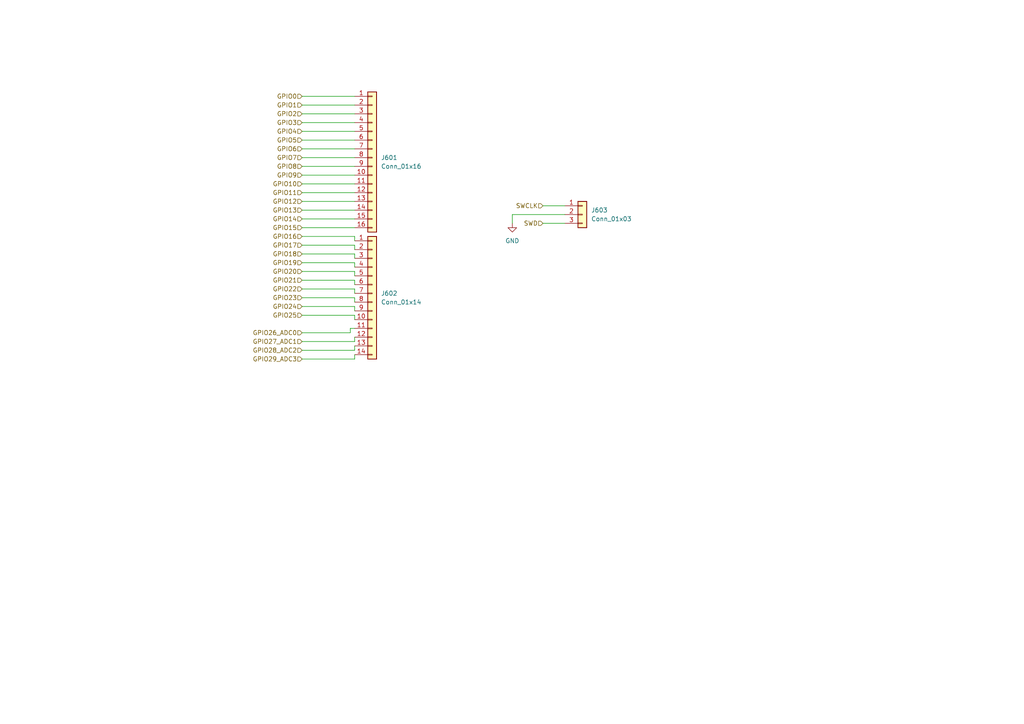
<source format=kicad_sch>
(kicad_sch (version 20231120) (generator "eeschema") (generator_version "8.0")
  (paper "A4")
  (lib_symbols
    (symbol "Connector_Generic:Conn_01x03" (pin_names (offset 1.016) hide)
      (property "Reference" "J" (at 0 5.08 0))
      (property "Value" "Conn_01x03" (at 0 -5.08 0))
      (symbol "Conn_01x03_1_1"
        (rectangle (start -1.27 -2.413) (end 0 -2.667) (stroke (width 0.1524)))
        (rectangle (start -1.27 0.127) (end 0 -0.127) (stroke (width 0.1524)))
        (rectangle (start -1.27 2.667) (end 0 2.413) (stroke (width 0.1524)))
        (rectangle (start -1.27 3.81) (end 1.27 -3.81) (stroke (width 0.254)) (fill (type background)))
        (pin passive line (at -5.08 2.54 0) (length 3.81) (name "Pin_1") (number "1"))
        (pin passive line (at -5.08 0 0) (length 3.81) (name "Pin_2") (number "2"))
        (pin passive line (at -5.08 -2.54 0) (length 3.81) (name "Pin_3") (number "3"))
      )
    )
    (symbol "Connector_Generic:Conn_01x14" (pin_names (offset 1.016) hide)
      (property "Reference" "J" (at 0 17.78 0))
      (property "Value" "Conn_01x14" (at 0 -20.32 0))
      (symbol "Conn_01x14_1_1"
        (rectangle (start -1.27 -17.653) (end 0 -17.907) (stroke (width 0.1524)))
        (rectangle (start -1.27 -15.113) (end 0 -15.367) (stroke (width 0.1524)))
        (rectangle (start -1.27 -12.573) (end 0 -12.827) (stroke (width 0.1524)))
        (rectangle (start -1.27 -10.033) (end 0 -10.287) (stroke (width 0.1524)))
        (rectangle (start -1.27 -7.493) (end 0 -7.747) (stroke (width 0.1524)))
        (rectangle (start -1.27 -4.953) (end 0 -5.207) (stroke (width 0.1524)))
        (rectangle (start -1.27 -2.413) (end 0 -2.667) (stroke (width 0.1524)))
        (rectangle (start -1.27 0.127) (end 0 -0.127) (stroke (width 0.1524)))
        (rectangle (start -1.27 2.667) (end 0 2.413) (stroke (width 0.1524)))
        (rectangle (start -1.27 5.207) (end 0 4.953) (stroke (width 0.1524)))
        (rectangle (start -1.27 7.747) (end 0 7.493) (stroke (width 0.1524)))
        (rectangle (start -1.27 10.287) (end 0 10.033) (stroke (width 0.1524)))
        (rectangle (start -1.27 12.827) (end 0 12.573) (stroke (width 0.1524)))
        (rectangle (start -1.27 15.367) (end 0 15.113) (stroke (width 0.1524)))
        (rectangle (start -1.27 16.51) (end 1.27 -19.05) (stroke (width 0.254)) (fill (type background)))
        (pin passive line (at -5.08 15.24 0) (length 3.81) (name "Pin_1") (number "1"))
        (pin passive line (at -5.08 -7.62 0) (length 3.81) (name "Pin_10") (number "10"))
        (pin passive line (at -5.08 -10.16 0) (length 3.81) (name "Pin_11") (number "11"))
        (pin passive line (at -5.08 -12.7 0) (length 3.81) (name "Pin_12") (number "12"))
        (pin passive line (at -5.08 -15.24 0) (length 3.81) (name "Pin_13") (number "13"))
        (pin passive line (at -5.08 -17.78 0) (length 3.81) (name "Pin_14") (number "14"))
        (pin passive line (at -5.08 12.7 0) (length 3.81) (name "Pin_2") (number "2"))
        (pin passive line (at -5.08 10.16 0) (length 3.81) (name "Pin_3") (number "3"))
        (pin passive line (at -5.08 7.62 0) (length 3.81) (name "Pin_4") (number "4"))
        (pin passive line (at -5.08 5.08 0) (length 3.81) (name "Pin_5") (number "5"))
        (pin passive line (at -5.08 2.54 0) (length 3.81) (name "Pin_6") (number "6"))
        (pin passive line (at -5.08 0 0) (length 3.81) (name "Pin_7") (number "7"))
        (pin passive line (at -5.08 -2.54 0) (length 3.81) (name "Pin_8") (number "8"))
        (pin passive line (at -5.08 -5.08 0) (length 3.81) (name "Pin_9") (number "9"))
      )
    )
    (symbol "Connector_Generic:Conn_01x16" (pin_names (offset 1.016) hide)
      (property "Reference" "J" (at 0 20.32 0))
      (property "Value" "Conn_01x16" (at 0 -22.86 0))
      (symbol "Conn_01x16_1_1"
        (rectangle (start -1.27 -20.193) (end 0 -20.447) (stroke (width 0.1524)))
        (rectangle (start -1.27 -17.653) (end 0 -17.907) (stroke (width 0.1524)))
        (rectangle (start -1.27 -15.113) (end 0 -15.367) (stroke (width 0.1524)))
        (rectangle (start -1.27 -12.573) (end 0 -12.827) (stroke (width 0.1524)))
        (rectangle (start -1.27 -10.033) (end 0 -10.287) (stroke (width 0.1524)))
        (rectangle (start -1.27 -7.493) (end 0 -7.747) (stroke (width 0.1524)))
        (rectangle (start -1.27 -4.953) (end 0 -5.207) (stroke (width 0.1524)))
        (rectangle (start -1.27 -2.413) (end 0 -2.667) (stroke (width 0.1524)))
        (rectangle (start -1.27 0.127) (end 0 -0.127) (stroke (width 0.1524)))
        (rectangle (start -1.27 2.667) (end 0 2.413) (stroke (width 0.1524)))
        (rectangle (start -1.27 5.207) (end 0 4.953) (stroke (width 0.1524)))
        (rectangle (start -1.27 7.747) (end 0 7.493) (stroke (width 0.1524)))
        (rectangle (start -1.27 10.287) (end 0 10.033) (stroke (width 0.1524)))
        (rectangle (start -1.27 12.827) (end 0 12.573) (stroke (width 0.1524)))
        (rectangle (start -1.27 15.367) (end 0 15.113) (stroke (width 0.1524)))
        (rectangle (start -1.27 17.907) (end 0 17.653) (stroke (width 0.1524)))
        (rectangle (start -1.27 19.05) (end 1.27 -21.59) (stroke (width 0.254)) (fill (type background)))
        (pin passive line (at -5.08 17.78 0) (length 3.81) (name "Pin_1") (number "1"))
        (pin passive line (at -5.08 -5.08 0) (length 3.81) (name "Pin_10") (number "10"))
        (pin passive line (at -5.08 -7.62 0) (length 3.81) (name "Pin_11") (number "11"))
        (pin passive line (at -5.08 -10.16 0) (length 3.81) (name "Pin_12") (number "12"))
        (pin passive line (at -5.08 -12.7 0) (length 3.81) (name "Pin_13") (number "13"))
        (pin passive line (at -5.08 -15.24 0) (length 3.81) (name "Pin_14") (number "14"))
        (pin passive line (at -5.08 -17.78 0) (length 3.81) (name "Pin_15") (number "15"))
        (pin passive line (at -5.08 -20.32 0) (length 3.81) (name "Pin_16") (number "16"))
        (pin passive line (at -5.08 15.24 0) (length 3.81) (name "Pin_2") (number "2"))
        (pin passive line (at -5.08 12.7 0) (length 3.81) (name "Pin_3") (number "3"))
        (pin passive line (at -5.08 10.16 0) (length 3.81) (name "Pin_4") (number "4"))
        (pin passive line (at -5.08 7.62 0) (length 3.81) (name "Pin_5") (number "5"))
        (pin passive line (at -5.08 5.08 0) (length 3.81) (name "Pin_6") (number "6"))
        (pin passive line (at -5.08 2.54 0) (length 3.81) (name "Pin_7") (number "7"))
        (pin passive line (at -5.08 0 0) (length 3.81) (name "Pin_8") (number "8"))
        (pin passive line (at -5.08 -2.54 0) (length 3.81) (name "Pin_9") (number "9"))
      )
    )
    (symbol "power:GND" (power) (pin_numbers hide) (pin_names (offset 0) hide)
      (property "Value" "GND" (at 0 -3.81 0))
      (symbol "GND_0_1"
        (polyline (pts (xy 0 0) (xy 0 -1.27) (xy 1.27 -1.27) (xy 0 -2.54) (xy -1.27 -1.27) (xy 0 -1.27)))
      )
      (symbol "GND_1_1"
        (pin power_in line (at 0 0 270) (length 0) (name "~") (number "1"))
      )
    )
  )
  (wire (pts (xy 87.63 81.28) (xy 102.87 81.28)))
  (wire (pts (xy 87.63 101.6) (xy 102.87 101.6)))
  (wire (pts (xy 87.63 104.14) (xy 102.87 104.14)))
  (wire (pts (xy 102.87 76.2) (xy 102.87 77.47)))
  (wire (pts (xy 87.63 48.26) (xy 102.87 48.26)))
  (wire (pts (xy 87.63 43.18) (xy 102.87 43.18)))
  (wire (pts (xy 102.87 86.36) (xy 102.87 87.63)))
  (wire (pts (xy 87.63 83.82) (xy 102.87 83.82)))
  (wire (pts (xy 87.63 71.12) (xy 102.87 71.12)))
  (wire (pts (xy 87.63 88.9) (xy 102.87 88.9)))
  (wire (pts (xy 87.63 45.72) (xy 102.87 45.72)))
  (wire (pts (xy 102.87 101.6) (xy 102.87 100.33)))
  (wire (pts (xy 87.63 91.44) (xy 102.87 91.44)))
  (wire (pts (xy 87.63 63.5) (xy 102.87 63.5)))
  (wire (pts (xy 101.6 95.25) (xy 102.87 95.25)))
  (wire (pts (xy 157.48 64.77) (xy 163.83 64.77)))
  (wire (pts (xy 102.87 73.66) (xy 102.87 74.93)))
  (wire (pts (xy 87.63 86.36) (xy 102.87 86.36)))
  (wire (pts (xy 87.63 55.88) (xy 102.87 55.88)))
  (wire (pts (xy 102.87 99.06) (xy 102.87 97.79)))
  (wire (pts (xy 87.63 35.56) (xy 102.87 35.56)))
  (wire (pts (xy 87.63 40.64) (xy 102.87 40.64)))
  (wire (pts (xy 87.63 66.04) (xy 102.87 66.04)))
  (wire (pts (xy 87.63 53.34) (xy 102.87 53.34)))
  (wire (pts (xy 87.63 58.42) (xy 102.87 58.42)))
  (wire (pts (xy 157.48 59.69) (xy 163.83 59.69)))
  (wire (pts (xy 102.87 71.12) (xy 102.87 72.39)))
  (wire (pts (xy 102.87 68.58) (xy 102.87 69.85)))
  (wire (pts (xy 148.59 64.77) (xy 148.59 62.23)))
  (wire (pts (xy 101.6 96.52) (xy 101.6 95.25)))
  (wire (pts (xy 87.63 68.58) (xy 102.87 68.58)))
  (wire (pts (xy 102.87 83.82) (xy 102.87 85.09)))
  (wire (pts (xy 87.63 96.52) (xy 101.6 96.52)))
  (wire (pts (xy 148.59 62.23) (xy 163.83 62.23)))
  (wire (pts (xy 87.63 73.66) (xy 102.87 73.66)))
  (wire (pts (xy 102.87 81.28) (xy 102.87 82.55)))
  (wire (pts (xy 102.87 104.14) (xy 102.87 102.87)))
  (wire (pts (xy 87.63 50.8) (xy 102.87 50.8)))
  (wire (pts (xy 87.63 27.94) (xy 102.87 27.94)))
  (wire (pts (xy 87.63 78.74) (xy 102.87 78.74)))
  (wire (pts (xy 87.63 99.06) (xy 102.87 99.06)))
  (wire (pts (xy 87.63 33.02) (xy 102.87 33.02)))
  (wire (pts (xy 87.63 60.96) (xy 102.87 60.96)))
  (wire (pts (xy 102.87 78.74) (xy 102.87 80.01)))
  (wire (pts (xy 102.87 88.9) (xy 102.87 90.17)))
  (wire (pts (xy 87.63 30.48) (xy 102.87 30.48)))
  (wire (pts (xy 87.63 76.2) (xy 102.87 76.2)))
  (wire (pts (xy 102.87 91.44) (xy 102.87 92.71)))
  (wire (pts (xy 87.63 38.1) (xy 102.87 38.1)))
  (hierarchical_label "GPIO2" (shape input) (at 87.63 33.02 180))
  (hierarchical_label "GPIO15" (shape input) (at 87.63 66.04 180))
  (hierarchical_label "GPIO10" (shape input) (at 87.63 53.34 180))
  (hierarchical_label "GPIO25" (shape input) (at 87.63 91.44 180))
  (hierarchical_label "GPIO28_ADC2" (shape input) (at 87.63 101.6 180))
  (hierarchical_label "GPIO18" (shape input) (at 87.63 73.66 180))
  (hierarchical_label "GPIO26_ADC0" (shape input) (at 87.63 96.52 180))
  (hierarchical_label "GPIO29_ADC3" (shape input) (at 87.63 104.14 180))
  (hierarchical_label "GPIO6" (shape input) (at 87.63 43.18 180))
  (hierarchical_label "GPIO9" (shape input) (at 87.63 50.8 180))
  (hierarchical_label "GPIO0" (shape input) (at 87.63 27.94 180))
  (hierarchical_label "GPIO3" (shape input) (at 87.63 35.56 180))
  (hierarchical_label "GPIO17" (shape input) (at 87.63 71.12 180))
  (hierarchical_label "GPIO16" (shape input) (at 87.63 68.58 180))
  (hierarchical_label "GPIO1" (shape input) (at 87.63 30.48 180))
  (hierarchical_label "GPIO4" (shape input) (at 87.63 38.1 180))
  (hierarchical_label "GPIO23" (shape input) (at 87.63 86.36 180))
  (hierarchical_label "GPIO5" (shape input) (at 87.63 40.64 180))
  (hierarchical_label "SWD" (shape input) (at 157.48 64.77 180))
  (hierarchical_label "SWCLK" (shape input) (at 157.48 59.69 180))
  (hierarchical_label "GPIO8" (shape input) (at 87.63 48.26 180))
  (hierarchical_label "GPIO21" (shape input) (at 87.63 81.28 180))
  (hierarchical_label "GPIO7" (shape input) (at 87.63 45.72 180))
  (hierarchical_label "GPIO24" (shape input) (at 87.63 88.9 180))
  (hierarchical_label "GPIO19" (shape input) (at 87.63 76.2 180))
  (hierarchical_label "GPIO13" (shape input) (at 87.63 60.96 180))
  (hierarchical_label "GPIO27_ADC1" (shape input) (at 87.63 99.06 180))
  (hierarchical_label "GPIO22" (shape input) (at 87.63 83.82 180))
  (hierarchical_label "GPIO20" (shape input) (at 87.63 78.74 180))
  (hierarchical_label "GPIO11" (shape input) (at 87.63 55.88 180))
  (hierarchical_label "GPIO12" (shape input) (at 87.63 58.42 180))
  (hierarchical_label "GPIO14" (shape input) (at 87.63 63.5 180))
  (symbol (lib_id "Connector_Generic:Conn_01x16") (at 107.95 45.72 0) (unit 1)
    (property "Reference" "J601" (at 110.49 45.7199 0) (effects (justify left)))
    (property "Value" "Conn_01x16" (at 110.49 48.2599 0) (effects (justify left)))
    (property "Footprint" "Connector_PinHeader_2.54mm:PinHeader_1x16_P2.54mm_Vertical" (effects (hide yes)))
    (property "Description" "Generic connector, single row, 01x16, script generated (kicad-library-utils/schlib/autogen/connector/)" (effects (hide yes)))
  )
  (symbol (lib_id "Connector_Generic:Conn_01x14") (at 107.95 85.09 0) (unit 1)
    (property "Reference" "J602" (at 110.49 85.0899 0) (effects (justify left)))
    (property "Value" "Conn_01x14" (at 110.49 87.6299 0) (effects (justify left)))
    (property "Description" "Generic connector, single row, 01x14, script generated (kicad-library-utils/schlib/autogen/connector/)" (effects (hide yes)))
  )
  (symbol (lib_id "power:GND") (at 148.59 64.77 0) (unit 1)
    (property "Reference" "#PWR013" (effects (hide yes)))
    (property "Value" "GND" (at 148.59 69.85 0))
    (property "Description" "Power symbol creates a global label with name \"GND\" , ground" (effects (hide yes)))
  )
  (symbol (lib_id "Connector_Generic:Conn_01x03") (at 168.91 62.23 0) (unit 1)
    (property "Reference" "J603" (at 171.45 60.9599 0) (effects (justify left)))
    (property "Value" "Conn_01x03" (at 171.45 63.4999 0) (effects (justify left)))
    (property "Footprint" "Connector_PinHeader_2.54mm:PinHeader_1x03_P2.54mm_Vertical" (effects (hide yes)))
    (property "Description" "Generic connector, single row, 01x03, script generated (kicad-library-utils/schlib/autogen/connector/)" (effects (hide yes)))
  )
)
</source>
